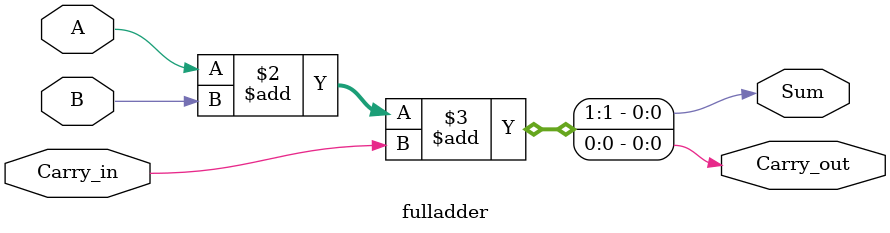
<source format=v>
module fulladder(

    output reg Sum,
    output reg Carry_out,
    input A,
    input B,
    input Carry_in
    );
    
    always @*
    begin
        {Sum, Carry_out} = A + B + Carry_in;
    end
    
endmodule
</source>
